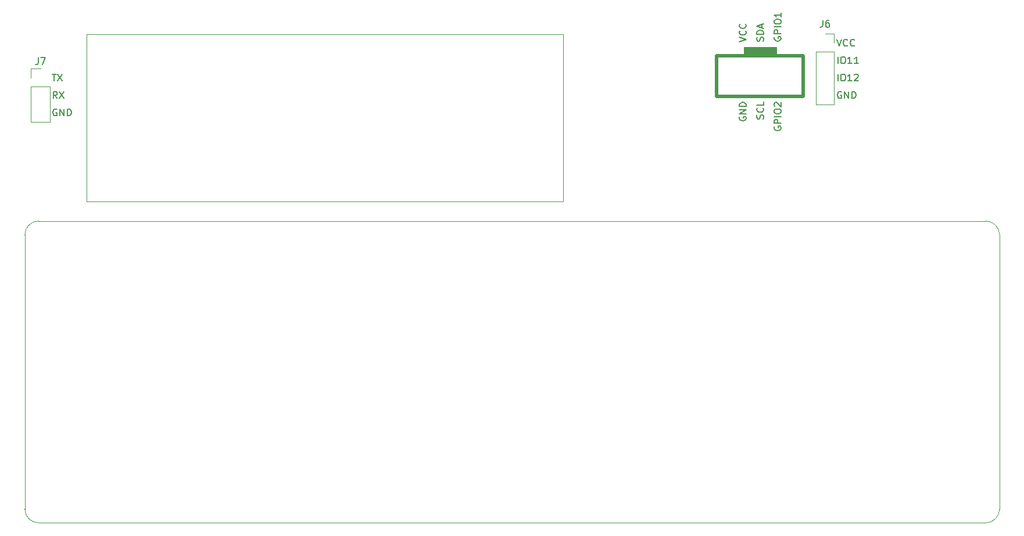
<source format=gbr>
%TF.GenerationSoftware,KiCad,Pcbnew,9.0.3*%
%TF.CreationDate,2025-10-17T08:06:55+02:00*%
%TF.ProjectId,communicator_pcb,636f6d6d-756e-4696-9361-746f725f7063,rev?*%
%TF.SameCoordinates,Original*%
%TF.FileFunction,Legend,Top*%
%TF.FilePolarity,Positive*%
%FSLAX46Y46*%
G04 Gerber Fmt 4.6, Leading zero omitted, Abs format (unit mm)*
G04 Created by KiCad (PCBNEW 9.0.3) date 2025-10-17 08:06:55*
%MOMM*%
%LPD*%
G01*
G04 APERTURE LIST*
%ADD10C,0.100000*%
%ADD11C,0.150000*%
%ADD12C,0.500000*%
%ADD13C,0.120000*%
G04 APERTURE END LIST*
D10*
X87999200Y-64799400D02*
X157429200Y-64799400D01*
X157429200Y-89179400D01*
X87999200Y-89179400D01*
X87999200Y-64799400D01*
D11*
X186589200Y-65750839D02*
X186636819Y-65607982D01*
X186636819Y-65607982D02*
X186636819Y-65369887D01*
X186636819Y-65369887D02*
X186589200Y-65274649D01*
X186589200Y-65274649D02*
X186541580Y-65227030D01*
X186541580Y-65227030D02*
X186446342Y-65179411D01*
X186446342Y-65179411D02*
X186351104Y-65179411D01*
X186351104Y-65179411D02*
X186255866Y-65227030D01*
X186255866Y-65227030D02*
X186208247Y-65274649D01*
X186208247Y-65274649D02*
X186160628Y-65369887D01*
X186160628Y-65369887D02*
X186113009Y-65560363D01*
X186113009Y-65560363D02*
X186065390Y-65655601D01*
X186065390Y-65655601D02*
X186017771Y-65703220D01*
X186017771Y-65703220D02*
X185922533Y-65750839D01*
X185922533Y-65750839D02*
X185827295Y-65750839D01*
X185827295Y-65750839D02*
X185732057Y-65703220D01*
X185732057Y-65703220D02*
X185684438Y-65655601D01*
X185684438Y-65655601D02*
X185636819Y-65560363D01*
X185636819Y-65560363D02*
X185636819Y-65322268D01*
X185636819Y-65322268D02*
X185684438Y-65179411D01*
X186636819Y-64750839D02*
X185636819Y-64750839D01*
X185636819Y-64750839D02*
X185636819Y-64512744D01*
X185636819Y-64512744D02*
X185684438Y-64369887D01*
X185684438Y-64369887D02*
X185779676Y-64274649D01*
X185779676Y-64274649D02*
X185874914Y-64227030D01*
X185874914Y-64227030D02*
X186065390Y-64179411D01*
X186065390Y-64179411D02*
X186208247Y-64179411D01*
X186208247Y-64179411D02*
X186398723Y-64227030D01*
X186398723Y-64227030D02*
X186493961Y-64274649D01*
X186493961Y-64274649D02*
X186589200Y-64369887D01*
X186589200Y-64369887D02*
X186636819Y-64512744D01*
X186636819Y-64512744D02*
X186636819Y-64750839D01*
X186351104Y-63798458D02*
X186351104Y-63322268D01*
X186636819Y-63893696D02*
X185636819Y-63560363D01*
X185636819Y-63560363D02*
X186636819Y-63227030D01*
X186589200Y-77092112D02*
X186636819Y-76949255D01*
X186636819Y-76949255D02*
X186636819Y-76711160D01*
X186636819Y-76711160D02*
X186589200Y-76615922D01*
X186589200Y-76615922D02*
X186541580Y-76568303D01*
X186541580Y-76568303D02*
X186446342Y-76520684D01*
X186446342Y-76520684D02*
X186351104Y-76520684D01*
X186351104Y-76520684D02*
X186255866Y-76568303D01*
X186255866Y-76568303D02*
X186208247Y-76615922D01*
X186208247Y-76615922D02*
X186160628Y-76711160D01*
X186160628Y-76711160D02*
X186113009Y-76901636D01*
X186113009Y-76901636D02*
X186065390Y-76996874D01*
X186065390Y-76996874D02*
X186017771Y-77044493D01*
X186017771Y-77044493D02*
X185922533Y-77092112D01*
X185922533Y-77092112D02*
X185827295Y-77092112D01*
X185827295Y-77092112D02*
X185732057Y-77044493D01*
X185732057Y-77044493D02*
X185684438Y-76996874D01*
X185684438Y-76996874D02*
X185636819Y-76901636D01*
X185636819Y-76901636D02*
X185636819Y-76663541D01*
X185636819Y-76663541D02*
X185684438Y-76520684D01*
X186541580Y-75520684D02*
X186589200Y-75568303D01*
X186589200Y-75568303D02*
X186636819Y-75711160D01*
X186636819Y-75711160D02*
X186636819Y-75806398D01*
X186636819Y-75806398D02*
X186589200Y-75949255D01*
X186589200Y-75949255D02*
X186493961Y-76044493D01*
X186493961Y-76044493D02*
X186398723Y-76092112D01*
X186398723Y-76092112D02*
X186208247Y-76139731D01*
X186208247Y-76139731D02*
X186065390Y-76139731D01*
X186065390Y-76139731D02*
X185874914Y-76092112D01*
X185874914Y-76092112D02*
X185779676Y-76044493D01*
X185779676Y-76044493D02*
X185684438Y-75949255D01*
X185684438Y-75949255D02*
X185636819Y-75806398D01*
X185636819Y-75806398D02*
X185636819Y-75711160D01*
X185636819Y-75711160D02*
X185684438Y-75568303D01*
X185684438Y-75568303D02*
X185732057Y-75520684D01*
X186636819Y-74615922D02*
X186636819Y-75092112D01*
X186636819Y-75092112D02*
X185636819Y-75092112D01*
X197440779Y-71574819D02*
X197440779Y-70574819D01*
X198107445Y-70574819D02*
X198297921Y-70574819D01*
X198297921Y-70574819D02*
X198393159Y-70622438D01*
X198393159Y-70622438D02*
X198488397Y-70717676D01*
X198488397Y-70717676D02*
X198536016Y-70908152D01*
X198536016Y-70908152D02*
X198536016Y-71241485D01*
X198536016Y-71241485D02*
X198488397Y-71431961D01*
X198488397Y-71431961D02*
X198393159Y-71527200D01*
X198393159Y-71527200D02*
X198297921Y-71574819D01*
X198297921Y-71574819D02*
X198107445Y-71574819D01*
X198107445Y-71574819D02*
X198012207Y-71527200D01*
X198012207Y-71527200D02*
X197916969Y-71431961D01*
X197916969Y-71431961D02*
X197869350Y-71241485D01*
X197869350Y-71241485D02*
X197869350Y-70908152D01*
X197869350Y-70908152D02*
X197916969Y-70717676D01*
X197916969Y-70717676D02*
X198012207Y-70622438D01*
X198012207Y-70622438D02*
X198107445Y-70574819D01*
X199488397Y-71574819D02*
X198916969Y-71574819D01*
X199202683Y-71574819D02*
X199202683Y-70574819D01*
X199202683Y-70574819D02*
X199107445Y-70717676D01*
X199107445Y-70717676D02*
X199012207Y-70812914D01*
X199012207Y-70812914D02*
X198916969Y-70860533D01*
X199869350Y-70670057D02*
X199916969Y-70622438D01*
X199916969Y-70622438D02*
X200012207Y-70574819D01*
X200012207Y-70574819D02*
X200250302Y-70574819D01*
X200250302Y-70574819D02*
X200345540Y-70622438D01*
X200345540Y-70622438D02*
X200393159Y-70670057D01*
X200393159Y-70670057D02*
X200440778Y-70765295D01*
X200440778Y-70765295D02*
X200440778Y-70860533D01*
X200440778Y-70860533D02*
X200393159Y-71003390D01*
X200393159Y-71003390D02*
X199821731Y-71574819D01*
X199821731Y-71574819D02*
X200440778Y-71574819D01*
X82997922Y-70574819D02*
X83569350Y-70574819D01*
X83283636Y-71574819D02*
X83283636Y-70574819D01*
X83807446Y-70574819D02*
X84474112Y-71574819D01*
X84474112Y-70574819D02*
X83807446Y-71574819D01*
X197964588Y-73162438D02*
X197869350Y-73114819D01*
X197869350Y-73114819D02*
X197726493Y-73114819D01*
X197726493Y-73114819D02*
X197583636Y-73162438D01*
X197583636Y-73162438D02*
X197488398Y-73257676D01*
X197488398Y-73257676D02*
X197440779Y-73352914D01*
X197440779Y-73352914D02*
X197393160Y-73543390D01*
X197393160Y-73543390D02*
X197393160Y-73686247D01*
X197393160Y-73686247D02*
X197440779Y-73876723D01*
X197440779Y-73876723D02*
X197488398Y-73971961D01*
X197488398Y-73971961D02*
X197583636Y-74067200D01*
X197583636Y-74067200D02*
X197726493Y-74114819D01*
X197726493Y-74114819D02*
X197821731Y-74114819D01*
X197821731Y-74114819D02*
X197964588Y-74067200D01*
X197964588Y-74067200D02*
X198012207Y-74019580D01*
X198012207Y-74019580D02*
X198012207Y-73686247D01*
X198012207Y-73686247D02*
X197821731Y-73686247D01*
X198440779Y-74114819D02*
X198440779Y-73114819D01*
X198440779Y-73114819D02*
X199012207Y-74114819D01*
X199012207Y-74114819D02*
X199012207Y-73114819D01*
X199488398Y-74114819D02*
X199488398Y-73114819D01*
X199488398Y-73114819D02*
X199726493Y-73114819D01*
X199726493Y-73114819D02*
X199869350Y-73162438D01*
X199869350Y-73162438D02*
X199964588Y-73257676D01*
X199964588Y-73257676D02*
X200012207Y-73352914D01*
X200012207Y-73352914D02*
X200059826Y-73543390D01*
X200059826Y-73543390D02*
X200059826Y-73686247D01*
X200059826Y-73686247D02*
X200012207Y-73876723D01*
X200012207Y-73876723D02*
X199964588Y-73971961D01*
X199964588Y-73971961D02*
X199869350Y-74067200D01*
X199869350Y-74067200D02*
X199726493Y-74114819D01*
X199726493Y-74114819D02*
X199488398Y-74114819D01*
X83672588Y-75702438D02*
X83577350Y-75654819D01*
X83577350Y-75654819D02*
X83434493Y-75654819D01*
X83434493Y-75654819D02*
X83291636Y-75702438D01*
X83291636Y-75702438D02*
X83196398Y-75797676D01*
X83196398Y-75797676D02*
X83148779Y-75892914D01*
X83148779Y-75892914D02*
X83101160Y-76083390D01*
X83101160Y-76083390D02*
X83101160Y-76226247D01*
X83101160Y-76226247D02*
X83148779Y-76416723D01*
X83148779Y-76416723D02*
X83196398Y-76511961D01*
X83196398Y-76511961D02*
X83291636Y-76607200D01*
X83291636Y-76607200D02*
X83434493Y-76654819D01*
X83434493Y-76654819D02*
X83529731Y-76654819D01*
X83529731Y-76654819D02*
X83672588Y-76607200D01*
X83672588Y-76607200D02*
X83720207Y-76559580D01*
X83720207Y-76559580D02*
X83720207Y-76226247D01*
X83720207Y-76226247D02*
X83529731Y-76226247D01*
X84148779Y-76654819D02*
X84148779Y-75654819D01*
X84148779Y-75654819D02*
X84720207Y-76654819D01*
X84720207Y-76654819D02*
X84720207Y-75654819D01*
X85196398Y-76654819D02*
X85196398Y-75654819D01*
X85196398Y-75654819D02*
X85434493Y-75654819D01*
X85434493Y-75654819D02*
X85577350Y-75702438D01*
X85577350Y-75702438D02*
X85672588Y-75797676D01*
X85672588Y-75797676D02*
X85720207Y-75892914D01*
X85720207Y-75892914D02*
X85767826Y-76083390D01*
X85767826Y-76083390D02*
X85767826Y-76226247D01*
X85767826Y-76226247D02*
X85720207Y-76416723D01*
X85720207Y-76416723D02*
X85672588Y-76511961D01*
X85672588Y-76511961D02*
X85577350Y-76607200D01*
X85577350Y-76607200D02*
X85434493Y-76654819D01*
X85434493Y-76654819D02*
X85196398Y-76654819D01*
X83712207Y-74114819D02*
X83378874Y-73638628D01*
X83140779Y-74114819D02*
X83140779Y-73114819D01*
X83140779Y-73114819D02*
X83521731Y-73114819D01*
X83521731Y-73114819D02*
X83616969Y-73162438D01*
X83616969Y-73162438D02*
X83664588Y-73210057D01*
X83664588Y-73210057D02*
X83712207Y-73305295D01*
X83712207Y-73305295D02*
X83712207Y-73448152D01*
X83712207Y-73448152D02*
X83664588Y-73543390D01*
X83664588Y-73543390D02*
X83616969Y-73591009D01*
X83616969Y-73591009D02*
X83521731Y-73638628D01*
X83521731Y-73638628D02*
X83140779Y-73638628D01*
X84045541Y-73114819D02*
X84712207Y-74114819D01*
X84712207Y-73114819D02*
X84045541Y-74114819D01*
X188224438Y-78234969D02*
X188176819Y-78330207D01*
X188176819Y-78330207D02*
X188176819Y-78473064D01*
X188176819Y-78473064D02*
X188224438Y-78615921D01*
X188224438Y-78615921D02*
X188319676Y-78711159D01*
X188319676Y-78711159D02*
X188414914Y-78758778D01*
X188414914Y-78758778D02*
X188605390Y-78806397D01*
X188605390Y-78806397D02*
X188748247Y-78806397D01*
X188748247Y-78806397D02*
X188938723Y-78758778D01*
X188938723Y-78758778D02*
X189033961Y-78711159D01*
X189033961Y-78711159D02*
X189129200Y-78615921D01*
X189129200Y-78615921D02*
X189176819Y-78473064D01*
X189176819Y-78473064D02*
X189176819Y-78377826D01*
X189176819Y-78377826D02*
X189129200Y-78234969D01*
X189129200Y-78234969D02*
X189081580Y-78187350D01*
X189081580Y-78187350D02*
X188748247Y-78187350D01*
X188748247Y-78187350D02*
X188748247Y-78377826D01*
X189176819Y-77758778D02*
X188176819Y-77758778D01*
X188176819Y-77758778D02*
X188176819Y-77377826D01*
X188176819Y-77377826D02*
X188224438Y-77282588D01*
X188224438Y-77282588D02*
X188272057Y-77234969D01*
X188272057Y-77234969D02*
X188367295Y-77187350D01*
X188367295Y-77187350D02*
X188510152Y-77187350D01*
X188510152Y-77187350D02*
X188605390Y-77234969D01*
X188605390Y-77234969D02*
X188653009Y-77282588D01*
X188653009Y-77282588D02*
X188700628Y-77377826D01*
X188700628Y-77377826D02*
X188700628Y-77758778D01*
X189176819Y-76758778D02*
X188176819Y-76758778D01*
X188176819Y-76092112D02*
X188176819Y-75901636D01*
X188176819Y-75901636D02*
X188224438Y-75806398D01*
X188224438Y-75806398D02*
X188319676Y-75711160D01*
X188319676Y-75711160D02*
X188510152Y-75663541D01*
X188510152Y-75663541D02*
X188843485Y-75663541D01*
X188843485Y-75663541D02*
X189033961Y-75711160D01*
X189033961Y-75711160D02*
X189129200Y-75806398D01*
X189129200Y-75806398D02*
X189176819Y-75901636D01*
X189176819Y-75901636D02*
X189176819Y-76092112D01*
X189176819Y-76092112D02*
X189129200Y-76187350D01*
X189129200Y-76187350D02*
X189033961Y-76282588D01*
X189033961Y-76282588D02*
X188843485Y-76330207D01*
X188843485Y-76330207D02*
X188510152Y-76330207D01*
X188510152Y-76330207D02*
X188319676Y-76282588D01*
X188319676Y-76282588D02*
X188224438Y-76187350D01*
X188224438Y-76187350D02*
X188176819Y-76092112D01*
X188272057Y-75282588D02*
X188224438Y-75234969D01*
X188224438Y-75234969D02*
X188176819Y-75139731D01*
X188176819Y-75139731D02*
X188176819Y-74901636D01*
X188176819Y-74901636D02*
X188224438Y-74806398D01*
X188224438Y-74806398D02*
X188272057Y-74758779D01*
X188272057Y-74758779D02*
X188367295Y-74711160D01*
X188367295Y-74711160D02*
X188462533Y-74711160D01*
X188462533Y-74711160D02*
X188605390Y-74758779D01*
X188605390Y-74758779D02*
X189176819Y-75330207D01*
X189176819Y-75330207D02*
X189176819Y-74711160D01*
X183096819Y-65846077D02*
X184096819Y-65512744D01*
X184096819Y-65512744D02*
X183096819Y-65179411D01*
X184001580Y-64274649D02*
X184049200Y-64322268D01*
X184049200Y-64322268D02*
X184096819Y-64465125D01*
X184096819Y-64465125D02*
X184096819Y-64560363D01*
X184096819Y-64560363D02*
X184049200Y-64703220D01*
X184049200Y-64703220D02*
X183953961Y-64798458D01*
X183953961Y-64798458D02*
X183858723Y-64846077D01*
X183858723Y-64846077D02*
X183668247Y-64893696D01*
X183668247Y-64893696D02*
X183525390Y-64893696D01*
X183525390Y-64893696D02*
X183334914Y-64846077D01*
X183334914Y-64846077D02*
X183239676Y-64798458D01*
X183239676Y-64798458D02*
X183144438Y-64703220D01*
X183144438Y-64703220D02*
X183096819Y-64560363D01*
X183096819Y-64560363D02*
X183096819Y-64465125D01*
X183096819Y-64465125D02*
X183144438Y-64322268D01*
X183144438Y-64322268D02*
X183192057Y-64274649D01*
X184001580Y-63274649D02*
X184049200Y-63322268D01*
X184049200Y-63322268D02*
X184096819Y-63465125D01*
X184096819Y-63465125D02*
X184096819Y-63560363D01*
X184096819Y-63560363D02*
X184049200Y-63703220D01*
X184049200Y-63703220D02*
X183953961Y-63798458D01*
X183953961Y-63798458D02*
X183858723Y-63846077D01*
X183858723Y-63846077D02*
X183668247Y-63893696D01*
X183668247Y-63893696D02*
X183525390Y-63893696D01*
X183525390Y-63893696D02*
X183334914Y-63846077D01*
X183334914Y-63846077D02*
X183239676Y-63798458D01*
X183239676Y-63798458D02*
X183144438Y-63703220D01*
X183144438Y-63703220D02*
X183096819Y-63560363D01*
X183096819Y-63560363D02*
X183096819Y-63465125D01*
X183096819Y-63465125D02*
X183144438Y-63322268D01*
X183144438Y-63322268D02*
X183192057Y-63274649D01*
X183144438Y-76806398D02*
X183096819Y-76901636D01*
X183096819Y-76901636D02*
X183096819Y-77044493D01*
X183096819Y-77044493D02*
X183144438Y-77187350D01*
X183144438Y-77187350D02*
X183239676Y-77282588D01*
X183239676Y-77282588D02*
X183334914Y-77330207D01*
X183334914Y-77330207D02*
X183525390Y-77377826D01*
X183525390Y-77377826D02*
X183668247Y-77377826D01*
X183668247Y-77377826D02*
X183858723Y-77330207D01*
X183858723Y-77330207D02*
X183953961Y-77282588D01*
X183953961Y-77282588D02*
X184049200Y-77187350D01*
X184049200Y-77187350D02*
X184096819Y-77044493D01*
X184096819Y-77044493D02*
X184096819Y-76949255D01*
X184096819Y-76949255D02*
X184049200Y-76806398D01*
X184049200Y-76806398D02*
X184001580Y-76758779D01*
X184001580Y-76758779D02*
X183668247Y-76758779D01*
X183668247Y-76758779D02*
X183668247Y-76949255D01*
X184096819Y-76330207D02*
X183096819Y-76330207D01*
X183096819Y-76330207D02*
X184096819Y-75758779D01*
X184096819Y-75758779D02*
X183096819Y-75758779D01*
X184096819Y-75282588D02*
X183096819Y-75282588D01*
X183096819Y-75282588D02*
X183096819Y-75044493D01*
X183096819Y-75044493D02*
X183144438Y-74901636D01*
X183144438Y-74901636D02*
X183239676Y-74806398D01*
X183239676Y-74806398D02*
X183334914Y-74758779D01*
X183334914Y-74758779D02*
X183525390Y-74711160D01*
X183525390Y-74711160D02*
X183668247Y-74711160D01*
X183668247Y-74711160D02*
X183858723Y-74758779D01*
X183858723Y-74758779D02*
X183953961Y-74806398D01*
X183953961Y-74806398D02*
X184049200Y-74901636D01*
X184049200Y-74901636D02*
X184096819Y-75044493D01*
X184096819Y-75044493D02*
X184096819Y-75282588D01*
X197440779Y-69034819D02*
X197440779Y-68034819D01*
X198107445Y-68034819D02*
X198297921Y-68034819D01*
X198297921Y-68034819D02*
X198393159Y-68082438D01*
X198393159Y-68082438D02*
X198488397Y-68177676D01*
X198488397Y-68177676D02*
X198536016Y-68368152D01*
X198536016Y-68368152D02*
X198536016Y-68701485D01*
X198536016Y-68701485D02*
X198488397Y-68891961D01*
X198488397Y-68891961D02*
X198393159Y-68987200D01*
X198393159Y-68987200D02*
X198297921Y-69034819D01*
X198297921Y-69034819D02*
X198107445Y-69034819D01*
X198107445Y-69034819D02*
X198012207Y-68987200D01*
X198012207Y-68987200D02*
X197916969Y-68891961D01*
X197916969Y-68891961D02*
X197869350Y-68701485D01*
X197869350Y-68701485D02*
X197869350Y-68368152D01*
X197869350Y-68368152D02*
X197916969Y-68177676D01*
X197916969Y-68177676D02*
X198012207Y-68082438D01*
X198012207Y-68082438D02*
X198107445Y-68034819D01*
X199488397Y-69034819D02*
X198916969Y-69034819D01*
X199202683Y-69034819D02*
X199202683Y-68034819D01*
X199202683Y-68034819D02*
X199107445Y-68177676D01*
X199107445Y-68177676D02*
X199012207Y-68272914D01*
X199012207Y-68272914D02*
X198916969Y-68320533D01*
X200440778Y-69034819D02*
X199869350Y-69034819D01*
X200155064Y-69034819D02*
X200155064Y-68034819D01*
X200155064Y-68034819D02*
X200059826Y-68177676D01*
X200059826Y-68177676D02*
X199964588Y-68272914D01*
X199964588Y-68272914D02*
X199869350Y-68320533D01*
X188224438Y-65179411D02*
X188176819Y-65274649D01*
X188176819Y-65274649D02*
X188176819Y-65417506D01*
X188176819Y-65417506D02*
X188224438Y-65560363D01*
X188224438Y-65560363D02*
X188319676Y-65655601D01*
X188319676Y-65655601D02*
X188414914Y-65703220D01*
X188414914Y-65703220D02*
X188605390Y-65750839D01*
X188605390Y-65750839D02*
X188748247Y-65750839D01*
X188748247Y-65750839D02*
X188938723Y-65703220D01*
X188938723Y-65703220D02*
X189033961Y-65655601D01*
X189033961Y-65655601D02*
X189129200Y-65560363D01*
X189129200Y-65560363D02*
X189176819Y-65417506D01*
X189176819Y-65417506D02*
X189176819Y-65322268D01*
X189176819Y-65322268D02*
X189129200Y-65179411D01*
X189129200Y-65179411D02*
X189081580Y-65131792D01*
X189081580Y-65131792D02*
X188748247Y-65131792D01*
X188748247Y-65131792D02*
X188748247Y-65322268D01*
X189176819Y-64703220D02*
X188176819Y-64703220D01*
X188176819Y-64703220D02*
X188176819Y-64322268D01*
X188176819Y-64322268D02*
X188224438Y-64227030D01*
X188224438Y-64227030D02*
X188272057Y-64179411D01*
X188272057Y-64179411D02*
X188367295Y-64131792D01*
X188367295Y-64131792D02*
X188510152Y-64131792D01*
X188510152Y-64131792D02*
X188605390Y-64179411D01*
X188605390Y-64179411D02*
X188653009Y-64227030D01*
X188653009Y-64227030D02*
X188700628Y-64322268D01*
X188700628Y-64322268D02*
X188700628Y-64703220D01*
X189176819Y-63703220D02*
X188176819Y-63703220D01*
X188176819Y-63036554D02*
X188176819Y-62846078D01*
X188176819Y-62846078D02*
X188224438Y-62750840D01*
X188224438Y-62750840D02*
X188319676Y-62655602D01*
X188319676Y-62655602D02*
X188510152Y-62607983D01*
X188510152Y-62607983D02*
X188843485Y-62607983D01*
X188843485Y-62607983D02*
X189033961Y-62655602D01*
X189033961Y-62655602D02*
X189129200Y-62750840D01*
X189129200Y-62750840D02*
X189176819Y-62846078D01*
X189176819Y-62846078D02*
X189176819Y-63036554D01*
X189176819Y-63036554D02*
X189129200Y-63131792D01*
X189129200Y-63131792D02*
X189033961Y-63227030D01*
X189033961Y-63227030D02*
X188843485Y-63274649D01*
X188843485Y-63274649D02*
X188510152Y-63274649D01*
X188510152Y-63274649D02*
X188319676Y-63227030D01*
X188319676Y-63227030D02*
X188224438Y-63131792D01*
X188224438Y-63131792D02*
X188176819Y-63036554D01*
X189176819Y-61655602D02*
X189176819Y-62227030D01*
X189176819Y-61941316D02*
X188176819Y-61941316D01*
X188176819Y-61941316D02*
X188319676Y-62036554D01*
X188319676Y-62036554D02*
X188414914Y-62131792D01*
X188414914Y-62131792D02*
X188462533Y-62227030D01*
X197297922Y-65494819D02*
X197631255Y-66494819D01*
X197631255Y-66494819D02*
X197964588Y-65494819D01*
X198869350Y-66399580D02*
X198821731Y-66447200D01*
X198821731Y-66447200D02*
X198678874Y-66494819D01*
X198678874Y-66494819D02*
X198583636Y-66494819D01*
X198583636Y-66494819D02*
X198440779Y-66447200D01*
X198440779Y-66447200D02*
X198345541Y-66351961D01*
X198345541Y-66351961D02*
X198297922Y-66256723D01*
X198297922Y-66256723D02*
X198250303Y-66066247D01*
X198250303Y-66066247D02*
X198250303Y-65923390D01*
X198250303Y-65923390D02*
X198297922Y-65732914D01*
X198297922Y-65732914D02*
X198345541Y-65637676D01*
X198345541Y-65637676D02*
X198440779Y-65542438D01*
X198440779Y-65542438D02*
X198583636Y-65494819D01*
X198583636Y-65494819D02*
X198678874Y-65494819D01*
X198678874Y-65494819D02*
X198821731Y-65542438D01*
X198821731Y-65542438D02*
X198869350Y-65590057D01*
X199869350Y-66399580D02*
X199821731Y-66447200D01*
X199821731Y-66447200D02*
X199678874Y-66494819D01*
X199678874Y-66494819D02*
X199583636Y-66494819D01*
X199583636Y-66494819D02*
X199440779Y-66447200D01*
X199440779Y-66447200D02*
X199345541Y-66351961D01*
X199345541Y-66351961D02*
X199297922Y-66256723D01*
X199297922Y-66256723D02*
X199250303Y-66066247D01*
X199250303Y-66066247D02*
X199250303Y-65923390D01*
X199250303Y-65923390D02*
X199297922Y-65732914D01*
X199297922Y-65732914D02*
X199345541Y-65637676D01*
X199345541Y-65637676D02*
X199440779Y-65542438D01*
X199440779Y-65542438D02*
X199583636Y-65494819D01*
X199583636Y-65494819D02*
X199678874Y-65494819D01*
X199678874Y-65494819D02*
X199821731Y-65542438D01*
X199821731Y-65542438D02*
X199869350Y-65590057D01*
X80946666Y-68194819D02*
X80946666Y-68909104D01*
X80946666Y-68909104D02*
X80899047Y-69051961D01*
X80899047Y-69051961D02*
X80803809Y-69147200D01*
X80803809Y-69147200D02*
X80660952Y-69194819D01*
X80660952Y-69194819D02*
X80565714Y-69194819D01*
X81327619Y-68194819D02*
X81994285Y-68194819D01*
X81994285Y-68194819D02*
X81565714Y-69194819D01*
X195246666Y-62724819D02*
X195246666Y-63439104D01*
X195246666Y-63439104D02*
X195199047Y-63581961D01*
X195199047Y-63581961D02*
X195103809Y-63677200D01*
X195103809Y-63677200D02*
X194960952Y-63724819D01*
X194960952Y-63724819D02*
X194865714Y-63724819D01*
X196151428Y-62724819D02*
X195960952Y-62724819D01*
X195960952Y-62724819D02*
X195865714Y-62772438D01*
X195865714Y-62772438D02*
X195818095Y-62820057D01*
X195818095Y-62820057D02*
X195722857Y-62962914D01*
X195722857Y-62962914D02*
X195675238Y-63153390D01*
X195675238Y-63153390D02*
X195675238Y-63534342D01*
X195675238Y-63534342D02*
X195722857Y-63629580D01*
X195722857Y-63629580D02*
X195770476Y-63677200D01*
X195770476Y-63677200D02*
X195865714Y-63724819D01*
X195865714Y-63724819D02*
X196056190Y-63724819D01*
X196056190Y-63724819D02*
X196151428Y-63677200D01*
X196151428Y-63677200D02*
X196199047Y-63629580D01*
X196199047Y-63629580D02*
X196246666Y-63534342D01*
X196246666Y-63534342D02*
X196246666Y-63296247D01*
X196246666Y-63296247D02*
X196199047Y-63201009D01*
X196199047Y-63201009D02*
X196151428Y-63153390D01*
X196151428Y-63153390D02*
X196056190Y-63105771D01*
X196056190Y-63105771D02*
X195865714Y-63105771D01*
X195865714Y-63105771D02*
X195770476Y-63153390D01*
X195770476Y-63153390D02*
X195722857Y-63201009D01*
X195722857Y-63201009D02*
X195675238Y-63296247D01*
D12*
%TO.C,J8*%
X179822000Y-67896000D02*
X192422000Y-67896000D01*
X179822000Y-73796000D02*
X179822000Y-67896000D01*
X192422000Y-67896000D02*
X192422000Y-73796000D01*
X192422000Y-73796000D02*
X179822000Y-73796000D01*
D10*
X188471500Y-67785300D02*
X183772500Y-67785300D01*
X183772500Y-66642300D01*
X188471500Y-66642300D01*
X188471500Y-67785300D01*
G36*
X188471500Y-67785300D02*
G01*
X183772500Y-67785300D01*
X183772500Y-66642300D01*
X188471500Y-66642300D01*
X188471500Y-67785300D01*
G37*
D13*
%TO.C,SW1*%
X79000000Y-94000000D02*
X79000000Y-134000000D01*
X81000000Y-136000000D02*
X219000000Y-136000000D01*
X219000000Y-92000000D02*
X81000000Y-92000000D01*
X221000000Y-134000000D02*
X221000000Y-94000000D01*
X79000000Y-94000000D02*
G75*
G02*
X81000000Y-92000000I1999999J1D01*
G01*
X81000000Y-136000000D02*
G75*
G02*
X79000000Y-134000000I-1J1999999D01*
G01*
X219000000Y-92000000D02*
G75*
G02*
X221000000Y-94000000I0J-2000000D01*
G01*
X221000000Y-134000000D02*
G75*
G02*
X219000000Y-136000000I-2000000J0D01*
G01*
%TO.C,J7*%
X79900000Y-69740000D02*
X81280000Y-69740000D01*
X79900000Y-71120000D02*
X79900000Y-69740000D01*
X79900000Y-72390000D02*
X79900000Y-77580000D01*
X79900000Y-72390000D02*
X82660000Y-72390000D01*
X79900000Y-77580000D02*
X82660000Y-77580000D01*
X82660000Y-72390000D02*
X82660000Y-77580000D01*
%TO.C,J6*%
X194250000Y-67310000D02*
X194250000Y-74990000D01*
X194250000Y-67310000D02*
X196910000Y-67310000D01*
X194250000Y-74990000D02*
X196910000Y-74990000D01*
X195580000Y-64710000D02*
X196910000Y-64710000D01*
X196910000Y-64710000D02*
X196910000Y-66040000D01*
X196910000Y-67310000D02*
X196910000Y-74990000D01*
%TD*%
M02*

</source>
